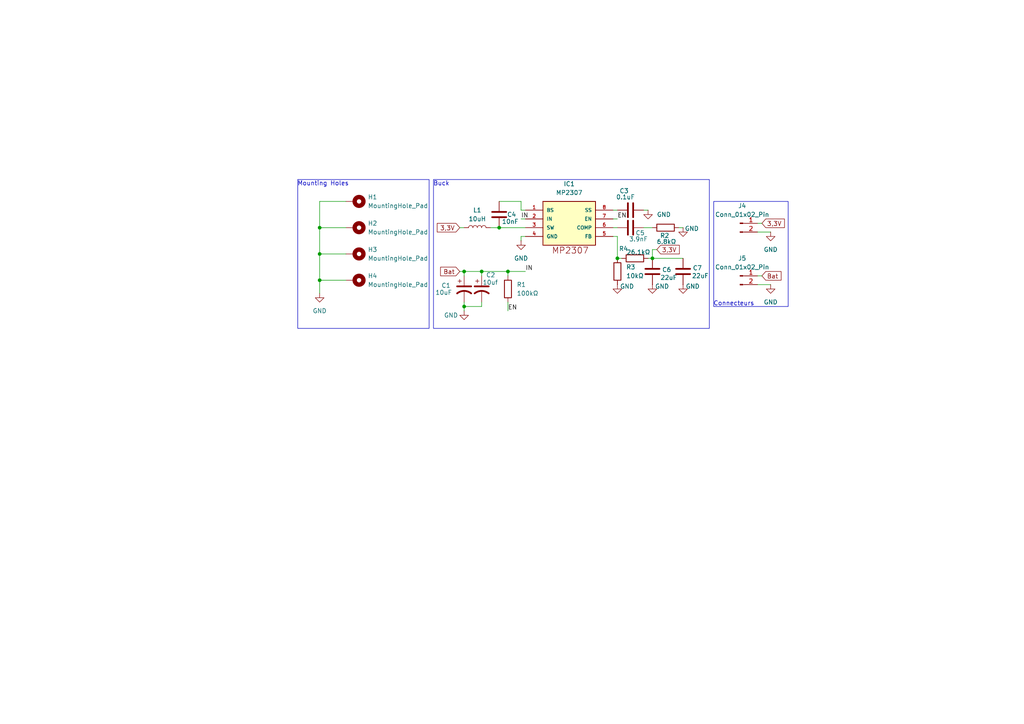
<source format=kicad_sch>
(kicad_sch
	(version 20250114)
	(generator "eeschema")
	(generator_version "9.0")
	(uuid "553e0674-9c30-430f-bc93-310a52aba8fd")
	(paper "A4")
	(lib_symbols
		(symbol "Connector:Conn_01x02_Pin"
			(pin_names
				(offset 1.016)
				(hide yes)
			)
			(exclude_from_sim no)
			(in_bom yes)
			(on_board yes)
			(property "Reference" "J"
				(at 0 2.54 0)
				(effects
					(font
						(size 1.27 1.27)
					)
				)
			)
			(property "Value" "Conn_01x02_Pin"
				(at 0 -5.08 0)
				(effects
					(font
						(size 1.27 1.27)
					)
				)
			)
			(property "Footprint" ""
				(at 0 0 0)
				(effects
					(font
						(size 1.27 1.27)
					)
					(hide yes)
				)
			)
			(property "Datasheet" "~"
				(at 0 0 0)
				(effects
					(font
						(size 1.27 1.27)
					)
					(hide yes)
				)
			)
			(property "Description" "Generic connector, single row, 01x02, script generated"
				(at 0 0 0)
				(effects
					(font
						(size 1.27 1.27)
					)
					(hide yes)
				)
			)
			(property "ki_locked" ""
				(at 0 0 0)
				(effects
					(font
						(size 1.27 1.27)
					)
				)
			)
			(property "ki_keywords" "connector"
				(at 0 0 0)
				(effects
					(font
						(size 1.27 1.27)
					)
					(hide yes)
				)
			)
			(property "ki_fp_filters" "Connector*:*_1x??_*"
				(at 0 0 0)
				(effects
					(font
						(size 1.27 1.27)
					)
					(hide yes)
				)
			)
			(symbol "Conn_01x02_Pin_1_1"
				(rectangle
					(start 0.8636 0.127)
					(end 0 -0.127)
					(stroke
						(width 0.1524)
						(type default)
					)
					(fill
						(type outline)
					)
				)
				(rectangle
					(start 0.8636 -2.413)
					(end 0 -2.667)
					(stroke
						(width 0.1524)
						(type default)
					)
					(fill
						(type outline)
					)
				)
				(polyline
					(pts
						(xy 1.27 0) (xy 0.8636 0)
					)
					(stroke
						(width 0.1524)
						(type default)
					)
					(fill
						(type none)
					)
				)
				(polyline
					(pts
						(xy 1.27 -2.54) (xy 0.8636 -2.54)
					)
					(stroke
						(width 0.1524)
						(type default)
					)
					(fill
						(type none)
					)
				)
				(pin passive line
					(at 5.08 0 180)
					(length 3.81)
					(name "Pin_1"
						(effects
							(font
								(size 1.27 1.27)
							)
						)
					)
					(number "1"
						(effects
							(font
								(size 1.27 1.27)
							)
						)
					)
				)
				(pin passive line
					(at 5.08 -2.54 180)
					(length 3.81)
					(name "Pin_2"
						(effects
							(font
								(size 1.27 1.27)
							)
						)
					)
					(number "2"
						(effects
							(font
								(size 1.27 1.27)
							)
						)
					)
				)
			)
			(embedded_fonts no)
		)
		(symbol "Device:C"
			(pin_numbers
				(hide yes)
			)
			(pin_names
				(offset 0.254)
			)
			(exclude_from_sim no)
			(in_bom yes)
			(on_board yes)
			(property "Reference" "C"
				(at 0.635 2.54 0)
				(effects
					(font
						(size 1.27 1.27)
					)
					(justify left)
				)
			)
			(property "Value" "C"
				(at 0.635 -2.54 0)
				(effects
					(font
						(size 1.27 1.27)
					)
					(justify left)
				)
			)
			(property "Footprint" ""
				(at 0.9652 -3.81 0)
				(effects
					(font
						(size 1.27 1.27)
					)
					(hide yes)
				)
			)
			(property "Datasheet" "~"
				(at 0 0 0)
				(effects
					(font
						(size 1.27 1.27)
					)
					(hide yes)
				)
			)
			(property "Description" "Unpolarized capacitor"
				(at 0 0 0)
				(effects
					(font
						(size 1.27 1.27)
					)
					(hide yes)
				)
			)
			(property "ki_keywords" "cap capacitor"
				(at 0 0 0)
				(effects
					(font
						(size 1.27 1.27)
					)
					(hide yes)
				)
			)
			(property "ki_fp_filters" "C_*"
				(at 0 0 0)
				(effects
					(font
						(size 1.27 1.27)
					)
					(hide yes)
				)
			)
			(symbol "C_0_1"
				(polyline
					(pts
						(xy -2.032 0.762) (xy 2.032 0.762)
					)
					(stroke
						(width 0.508)
						(type default)
					)
					(fill
						(type none)
					)
				)
				(polyline
					(pts
						(xy -2.032 -0.762) (xy 2.032 -0.762)
					)
					(stroke
						(width 0.508)
						(type default)
					)
					(fill
						(type none)
					)
				)
			)
			(symbol "C_1_1"
				(pin passive line
					(at 0 3.81 270)
					(length 2.794)
					(name "~"
						(effects
							(font
								(size 1.27 1.27)
							)
						)
					)
					(number "1"
						(effects
							(font
								(size 1.27 1.27)
							)
						)
					)
				)
				(pin passive line
					(at 0 -3.81 90)
					(length 2.794)
					(name "~"
						(effects
							(font
								(size 1.27 1.27)
							)
						)
					)
					(number "2"
						(effects
							(font
								(size 1.27 1.27)
							)
						)
					)
				)
			)
			(embedded_fonts no)
		)
		(symbol "Device:C_Polarized_US"
			(pin_numbers
				(hide yes)
			)
			(pin_names
				(offset 0.254)
				(hide yes)
			)
			(exclude_from_sim no)
			(in_bom yes)
			(on_board yes)
			(property "Reference" "C"
				(at 0.635 2.54 0)
				(effects
					(font
						(size 1.27 1.27)
					)
					(justify left)
				)
			)
			(property "Value" "C_Polarized_US"
				(at 0.635 -2.54 0)
				(effects
					(font
						(size 1.27 1.27)
					)
					(justify left)
				)
			)
			(property "Footprint" ""
				(at 0 0 0)
				(effects
					(font
						(size 1.27 1.27)
					)
					(hide yes)
				)
			)
			(property "Datasheet" "~"
				(at 0 0 0)
				(effects
					(font
						(size 1.27 1.27)
					)
					(hide yes)
				)
			)
			(property "Description" "Polarized capacitor, US symbol"
				(at 0 0 0)
				(effects
					(font
						(size 1.27 1.27)
					)
					(hide yes)
				)
			)
			(property "ki_keywords" "cap capacitor"
				(at 0 0 0)
				(effects
					(font
						(size 1.27 1.27)
					)
					(hide yes)
				)
			)
			(property "ki_fp_filters" "CP_*"
				(at 0 0 0)
				(effects
					(font
						(size 1.27 1.27)
					)
					(hide yes)
				)
			)
			(symbol "C_Polarized_US_0_1"
				(polyline
					(pts
						(xy -2.032 0.762) (xy 2.032 0.762)
					)
					(stroke
						(width 0.508)
						(type default)
					)
					(fill
						(type none)
					)
				)
				(polyline
					(pts
						(xy -1.778 2.286) (xy -0.762 2.286)
					)
					(stroke
						(width 0)
						(type default)
					)
					(fill
						(type none)
					)
				)
				(polyline
					(pts
						(xy -1.27 1.778) (xy -1.27 2.794)
					)
					(stroke
						(width 0)
						(type default)
					)
					(fill
						(type none)
					)
				)
				(arc
					(start -2.032 -1.27)
					(mid 0 -0.5572)
					(end 2.032 -1.27)
					(stroke
						(width 0.508)
						(type default)
					)
					(fill
						(type none)
					)
				)
			)
			(symbol "C_Polarized_US_1_1"
				(pin passive line
					(at 0 3.81 270)
					(length 2.794)
					(name "~"
						(effects
							(font
								(size 1.27 1.27)
							)
						)
					)
					(number "1"
						(effects
							(font
								(size 1.27 1.27)
							)
						)
					)
				)
				(pin passive line
					(at 0 -3.81 90)
					(length 3.302)
					(name "~"
						(effects
							(font
								(size 1.27 1.27)
							)
						)
					)
					(number "2"
						(effects
							(font
								(size 1.27 1.27)
							)
						)
					)
				)
			)
			(embedded_fonts no)
		)
		(symbol "Device:L"
			(pin_numbers
				(hide yes)
			)
			(pin_names
				(offset 1.016)
				(hide yes)
			)
			(exclude_from_sim no)
			(in_bom yes)
			(on_board yes)
			(property "Reference" "L"
				(at -1.27 0 90)
				(effects
					(font
						(size 1.27 1.27)
					)
				)
			)
			(property "Value" "L"
				(at 1.905 0 90)
				(effects
					(font
						(size 1.27 1.27)
					)
				)
			)
			(property "Footprint" ""
				(at 0 0 0)
				(effects
					(font
						(size 1.27 1.27)
					)
					(hide yes)
				)
			)
			(property "Datasheet" "~"
				(at 0 0 0)
				(effects
					(font
						(size 1.27 1.27)
					)
					(hide yes)
				)
			)
			(property "Description" "Inductor"
				(at 0 0 0)
				(effects
					(font
						(size 1.27 1.27)
					)
					(hide yes)
				)
			)
			(property "ki_keywords" "inductor choke coil reactor magnetic"
				(at 0 0 0)
				(effects
					(font
						(size 1.27 1.27)
					)
					(hide yes)
				)
			)
			(property "ki_fp_filters" "Choke_* *Coil* Inductor_* L_*"
				(at 0 0 0)
				(effects
					(font
						(size 1.27 1.27)
					)
					(hide yes)
				)
			)
			(symbol "L_0_1"
				(arc
					(start 0 2.54)
					(mid 0.6323 1.905)
					(end 0 1.27)
					(stroke
						(width 0)
						(type default)
					)
					(fill
						(type none)
					)
				)
				(arc
					(start 0 1.27)
					(mid 0.6323 0.635)
					(end 0 0)
					(stroke
						(width 0)
						(type default)
					)
					(fill
						(type none)
					)
				)
				(arc
					(start 0 0)
					(mid 0.6323 -0.635)
					(end 0 -1.27)
					(stroke
						(width 0)
						(type default)
					)
					(fill
						(type none)
					)
				)
				(arc
					(start 0 -1.27)
					(mid 0.6323 -1.905)
					(end 0 -2.54)
					(stroke
						(width 0)
						(type default)
					)
					(fill
						(type none)
					)
				)
			)
			(symbol "L_1_1"
				(pin passive line
					(at 0 3.81 270)
					(length 1.27)
					(name "1"
						(effects
							(font
								(size 1.27 1.27)
							)
						)
					)
					(number "1"
						(effects
							(font
								(size 1.27 1.27)
							)
						)
					)
				)
				(pin passive line
					(at 0 -3.81 90)
					(length 1.27)
					(name "2"
						(effects
							(font
								(size 1.27 1.27)
							)
						)
					)
					(number "2"
						(effects
							(font
								(size 1.27 1.27)
							)
						)
					)
				)
			)
			(embedded_fonts no)
		)
		(symbol "Device:R"
			(pin_numbers
				(hide yes)
			)
			(pin_names
				(offset 0)
			)
			(exclude_from_sim no)
			(in_bom yes)
			(on_board yes)
			(property "Reference" "R"
				(at 2.032 0 90)
				(effects
					(font
						(size 1.27 1.27)
					)
				)
			)
			(property "Value" "R"
				(at 0 0 90)
				(effects
					(font
						(size 1.27 1.27)
					)
				)
			)
			(property "Footprint" ""
				(at -1.778 0 90)
				(effects
					(font
						(size 1.27 1.27)
					)
					(hide yes)
				)
			)
			(property "Datasheet" "~"
				(at 0 0 0)
				(effects
					(font
						(size 1.27 1.27)
					)
					(hide yes)
				)
			)
			(property "Description" "Resistor"
				(at 0 0 0)
				(effects
					(font
						(size 1.27 1.27)
					)
					(hide yes)
				)
			)
			(property "ki_keywords" "R res resistor"
				(at 0 0 0)
				(effects
					(font
						(size 1.27 1.27)
					)
					(hide yes)
				)
			)
			(property "ki_fp_filters" "R_*"
				(at 0 0 0)
				(effects
					(font
						(size 1.27 1.27)
					)
					(hide yes)
				)
			)
			(symbol "R_0_1"
				(rectangle
					(start -1.016 -2.54)
					(end 1.016 2.54)
					(stroke
						(width 0.254)
						(type default)
					)
					(fill
						(type none)
					)
				)
			)
			(symbol "R_1_1"
				(pin passive line
					(at 0 3.81 270)
					(length 1.27)
					(name "~"
						(effects
							(font
								(size 1.27 1.27)
							)
						)
					)
					(number "1"
						(effects
							(font
								(size 1.27 1.27)
							)
						)
					)
				)
				(pin passive line
					(at 0 -3.81 90)
					(length 1.27)
					(name "~"
						(effects
							(font
								(size 1.27 1.27)
							)
						)
					)
					(number "2"
						(effects
							(font
								(size 1.27 1.27)
							)
						)
					)
				)
			)
			(embedded_fonts no)
		)
		(symbol "MP2307_1"
			(pin_names
				(offset 1.016)
			)
			(exclude_from_sim no)
			(in_bom yes)
			(on_board yes)
			(property "Reference" "IC"
				(at 0 0 0)
				(effects
					(font
						(size 1.27 1.27)
					)
					(justify bottom)
				)
			)
			(property "Value" "MP2307"
				(at -5.08 7.62 0)
				(effects
					(font
						(size 1.27 1.27)
					)
					(justify left bottom)
				)
			)
			(property "Footprint" "MP2307:SO8-TH"
				(at 0 0 0)
				(effects
					(font
						(size 1.27 1.27)
					)
					(justify bottom)
					(hide yes)
				)
			)
			(property "Datasheet" ""
				(at 0 0 0)
				(effects
					(font
						(size 1.27 1.27)
					)
					(hide yes)
				)
			)
			(property "Description" ""
				(at 0 0 0)
				(effects
					(font
						(size 1.27 1.27)
					)
					(hide yes)
				)
			)
			(property "MF" "Monolithic Power"
				(at 0 0 0)
				(effects
					(font
						(size 1.27 1.27)
					)
					(justify bottom)
					(hide yes)
				)
			)
			(property "Description_1" "Buck Switching Regulator IC Positive Adjustable 0.925V 1 Output 3A 8-SOIC (0.154, 3.90mm Width) Exposed Pad"
				(at 0 0 0)
				(effects
					(font
						(size 1.27 1.27)
					)
					(justify bottom)
					(hide yes)
				)
			)
			(property "Package" "SOIC-8 Monolithic Power"
				(at 0 0 0)
				(effects
					(font
						(size 1.27 1.27)
					)
					(justify bottom)
					(hide yes)
				)
			)
			(property "Price" "None"
				(at 0 0 0)
				(effects
					(font
						(size 1.27 1.27)
					)
					(justify bottom)
					(hide yes)
				)
			)
			(property "SnapEDA_Link" "https://www.snapeda.com/parts/MP2307/Monolithic+Power+Systems/view-part/?ref=snap"
				(at 0 0 0)
				(effects
					(font
						(size 1.27 1.27)
					)
					(justify bottom)
					(hide yes)
				)
			)
			(property "MP" "MP2307"
				(at 0 0 0)
				(effects
					(font
						(size 1.27 1.27)
					)
					(justify bottom)
					(hide yes)
				)
			)
			(property "Availability" "Not in stock"
				(at 0 0 0)
				(effects
					(font
						(size 1.27 1.27)
					)
					(justify bottom)
					(hide yes)
				)
			)
			(property "Check_prices" "https://www.snapeda.com/parts/MP2307/Monolithic+Power+Systems/view-part/?ref=eda"
				(at 0 0 0)
				(effects
					(font
						(size 1.27 1.27)
					)
					(justify bottom)
					(hide yes)
				)
			)
			(symbol "MP2307_1_0_0"
				(rectangle
					(start -7.62 -5.08)
					(end 7.62 7.62)
					(stroke
						(width 0.254)
						(type default)
					)
					(fill
						(type background)
					)
				)
				(text "MP2307"
					(at -5.08 -7.62 0)
					(effects
						(font
							(size 1.778 1.778)
						)
						(justify left bottom)
					)
				)
				(pin bidirectional line
					(at -12.7 5.08 0)
					(length 5.08)
					(name "BS"
						(effects
							(font
								(size 1.016 1.016)
							)
						)
					)
					(number "1"
						(effects
							(font
								(size 1.016 1.016)
							)
						)
					)
				)
				(pin bidirectional line
					(at -12.7 2.54 0)
					(length 5.08)
					(name "IN"
						(effects
							(font
								(size 1.016 1.016)
							)
						)
					)
					(number "2"
						(effects
							(font
								(size 1.016 1.016)
							)
						)
					)
				)
				(pin bidirectional line
					(at -12.7 0 0)
					(length 5.08)
					(name "SW"
						(effects
							(font
								(size 1.016 1.016)
							)
						)
					)
					(number "3"
						(effects
							(font
								(size 1.016 1.016)
							)
						)
					)
				)
				(pin bidirectional line
					(at -12.7 -2.54 0)
					(length 5.08)
					(name "GND"
						(effects
							(font
								(size 1.016 1.016)
							)
						)
					)
					(number "4"
						(effects
							(font
								(size 1.016 1.016)
							)
						)
					)
				)
				(pin bidirectional line
					(at 12.7 5.08 180)
					(length 5.08)
					(name "SS"
						(effects
							(font
								(size 1.016 1.016)
							)
						)
					)
					(number "8"
						(effects
							(font
								(size 1.016 1.016)
							)
						)
					)
				)
				(pin bidirectional line
					(at 12.7 2.54 180)
					(length 5.08)
					(name "EN"
						(effects
							(font
								(size 1.016 1.016)
							)
						)
					)
					(number "7"
						(effects
							(font
								(size 1.016 1.016)
							)
						)
					)
				)
				(pin bidirectional line
					(at 12.7 0 180)
					(length 5.08)
					(name "COMP"
						(effects
							(font
								(size 1.016 1.016)
							)
						)
					)
					(number "6"
						(effects
							(font
								(size 1.016 1.016)
							)
						)
					)
				)
				(pin bidirectional line
					(at 12.7 -2.54 180)
					(length 5.08)
					(name "FB"
						(effects
							(font
								(size 1.016 1.016)
							)
						)
					)
					(number "5"
						(effects
							(font
								(size 1.016 1.016)
							)
						)
					)
				)
			)
			(embedded_fonts no)
		)
		(symbol "Mechanical:MountingHole_Pad"
			(pin_numbers
				(hide yes)
			)
			(pin_names
				(offset 1.016)
				(hide yes)
			)
			(exclude_from_sim no)
			(in_bom no)
			(on_board yes)
			(property "Reference" "H"
				(at 0 6.35 0)
				(effects
					(font
						(size 1.27 1.27)
					)
				)
			)
			(property "Value" "MountingHole_Pad"
				(at 0 4.445 0)
				(effects
					(font
						(size 1.27 1.27)
					)
				)
			)
			(property "Footprint" ""
				(at 0 0 0)
				(effects
					(font
						(size 1.27 1.27)
					)
					(hide yes)
				)
			)
			(property "Datasheet" "~"
				(at 0 0 0)
				(effects
					(font
						(size 1.27 1.27)
					)
					(hide yes)
				)
			)
			(property "Description" "Mounting Hole with connection"
				(at 0 0 0)
				(effects
					(font
						(size 1.27 1.27)
					)
					(hide yes)
				)
			)
			(property "ki_keywords" "mounting hole"
				(at 0 0 0)
				(effects
					(font
						(size 1.27 1.27)
					)
					(hide yes)
				)
			)
			(property "ki_fp_filters" "MountingHole*Pad*"
				(at 0 0 0)
				(effects
					(font
						(size 1.27 1.27)
					)
					(hide yes)
				)
			)
			(symbol "MountingHole_Pad_0_1"
				(circle
					(center 0 1.27)
					(radius 1.27)
					(stroke
						(width 1.27)
						(type default)
					)
					(fill
						(type none)
					)
				)
			)
			(symbol "MountingHole_Pad_1_1"
				(pin input line
					(at 0 -2.54 90)
					(length 2.54)
					(name "1"
						(effects
							(font
								(size 1.27 1.27)
							)
						)
					)
					(number "1"
						(effects
							(font
								(size 1.27 1.27)
							)
						)
					)
				)
			)
			(embedded_fonts no)
		)
		(symbol "power:GND"
			(power)
			(pin_numbers
				(hide yes)
			)
			(pin_names
				(offset 0)
				(hide yes)
			)
			(exclude_from_sim no)
			(in_bom yes)
			(on_board yes)
			(property "Reference" "#PWR"
				(at 0 -6.35 0)
				(effects
					(font
						(size 1.27 1.27)
					)
					(hide yes)
				)
			)
			(property "Value" "GND"
				(at 0 -3.81 0)
				(effects
					(font
						(size 1.27 1.27)
					)
				)
			)
			(property "Footprint" ""
				(at 0 0 0)
				(effects
					(font
						(size 1.27 1.27)
					)
					(hide yes)
				)
			)
			(property "Datasheet" ""
				(at 0 0 0)
				(effects
					(font
						(size 1.27 1.27)
					)
					(hide yes)
				)
			)
			(property "Description" "Power symbol creates a global label with name \"GND\" , ground"
				(at 0 0 0)
				(effects
					(font
						(size 1.27 1.27)
					)
					(hide yes)
				)
			)
			(property "ki_keywords" "global power"
				(at 0 0 0)
				(effects
					(font
						(size 1.27 1.27)
					)
					(hide yes)
				)
			)
			(symbol "GND_0_1"
				(polyline
					(pts
						(xy 0 0) (xy 0 -1.27) (xy 1.27 -1.27) (xy 0 -2.54) (xy -1.27 -1.27) (xy 0 -1.27)
					)
					(stroke
						(width 0)
						(type default)
					)
					(fill
						(type none)
					)
				)
			)
			(symbol "GND_1_1"
				(pin power_in line
					(at 0 0 270)
					(length 0)
					(name "~"
						(effects
							(font
								(size 1.27 1.27)
							)
						)
					)
					(number "1"
						(effects
							(font
								(size 1.27 1.27)
							)
						)
					)
				)
			)
			(embedded_fonts no)
		)
	)
	(rectangle
		(start 207.01 58.42)
		(end 228.6 88.9)
		(stroke
			(width 0)
			(type default)
		)
		(fill
			(type none)
		)
		(uuid 049feca3-2949-4c4a-9d98-a856894acc23)
	)
	(rectangle
		(start 86.36 52.07)
		(end 124.46 95.25)
		(stroke
			(width 0)
			(type default)
		)
		(fill
			(type none)
		)
		(uuid b1bb9a4c-b5e4-4edc-80ca-7846a4571956)
	)
	(rectangle
		(start 125.73 52.07)
		(end 205.74 95.25)
		(stroke
			(width 0)
			(type default)
		)
		(fill
			(type none)
		)
		(uuid f5444c5f-36c2-433b-99d1-b8aa9b6a64e4)
	)
	(text "Connecteurs"
		(exclude_from_sim no)
		(at 212.852 88.138 0)
		(effects
			(font
				(size 1.27 1.27)
			)
		)
		(uuid "6f0163d4-2331-4fbb-a35f-4e1bf77cab53")
	)
	(text "Buck"
		(exclude_from_sim no)
		(at 128.016 53.34 0)
		(effects
			(font
				(size 1.27 1.27)
			)
		)
		(uuid "80ece08e-a00e-4d2a-932c-b1e2d8c806fa")
	)
	(text "Mounting Holes"
		(exclude_from_sim no)
		(at 93.726 53.34 0)
		(effects
			(font
				(size 1.27 1.27)
			)
		)
		(uuid "cd413912-ad17-4637-806c-0aa36d4ae66e")
	)
	(junction
		(at 189.23 74.93)
		(diameter 0)
		(color 0 0 0 0)
		(uuid "08ba6819-8381-4dfc-bc92-a4482c02589d")
	)
	(junction
		(at 92.71 66.04)
		(diameter 0)
		(color 0 0 0 0)
		(uuid "1ba79e5e-6fbf-425a-a2e2-71efb0afa3ee")
	)
	(junction
		(at 147.32 78.74)
		(diameter 0)
		(color 0 0 0 0)
		(uuid "20f21985-09bd-4685-bef5-f01abc059c0c")
	)
	(junction
		(at 92.71 81.28)
		(diameter 0)
		(color 0 0 0 0)
		(uuid "2cbf3f55-157a-4498-931b-7695b4759e3c")
	)
	(junction
		(at 144.78 66.04)
		(diameter 0)
		(color 0 0 0 0)
		(uuid "3a77574c-b865-49c2-be76-fdc0caf575c0")
	)
	(junction
		(at 134.62 88.9)
		(diameter 0)
		(color 0 0 0 0)
		(uuid "53a7ceb3-31ed-426d-978d-03e5421b1b6c")
	)
	(junction
		(at 134.62 78.74)
		(diameter 0)
		(color 0 0 0 0)
		(uuid "6257de26-e6fb-4cf6-9853-ad91ec01af0b")
	)
	(junction
		(at 179.07 74.93)
		(diameter 0)
		(color 0 0 0 0)
		(uuid "79cfc34a-6d65-4196-a751-3113e9c9c9b7")
	)
	(junction
		(at 92.71 73.66)
		(diameter 0)
		(color 0 0 0 0)
		(uuid "dfa710e1-9c2f-4303-a6bb-941cb3d6f611")
	)
	(junction
		(at 139.7 78.74)
		(diameter 0)
		(color 0 0 0 0)
		(uuid "f0ef0c59-4318-4883-ae04-033af6bfdd5e")
	)
	(wire
		(pts
			(xy 196.85 66.04) (xy 198.12 66.04)
		)
		(stroke
			(width 0)
			(type default)
		)
		(uuid "065b9aa6-49b7-490a-bbf2-b7d65652b608")
	)
	(wire
		(pts
			(xy 151.13 63.5) (xy 152.4 63.5)
		)
		(stroke
			(width 0)
			(type default)
		)
		(uuid "0beb386d-ca40-4aa5-bf7c-64fcbf617854")
	)
	(wire
		(pts
			(xy 142.24 66.04) (xy 144.78 66.04)
		)
		(stroke
			(width 0)
			(type default)
		)
		(uuid "0d1ec10e-c90b-4047-ba56-bfdfc3b314e8")
	)
	(wire
		(pts
			(xy 92.71 73.66) (xy 100.33 73.66)
		)
		(stroke
			(width 0)
			(type default)
		)
		(uuid "21a20b5a-661d-4915-af2f-a2d6dfc2a8dd")
	)
	(wire
		(pts
			(xy 92.71 58.42) (xy 92.71 66.04)
		)
		(stroke
			(width 0)
			(type default)
		)
		(uuid "22e5cef7-9588-4576-a0a5-36a4c37de63c")
	)
	(wire
		(pts
			(xy 151.13 69.85) (xy 151.13 68.58)
		)
		(stroke
			(width 0)
			(type default)
		)
		(uuid "2a29cf71-c751-4fbd-b0d1-9f835854fd2c")
	)
	(wire
		(pts
			(xy 190.5 72.39) (xy 189.23 72.39)
		)
		(stroke
			(width 0)
			(type default)
		)
		(uuid "32e18c81-66a0-4f07-b92d-ce78d467f4b7")
	)
	(wire
		(pts
			(xy 134.62 90.17) (xy 134.62 88.9)
		)
		(stroke
			(width 0)
			(type default)
		)
		(uuid "35875c2f-3e2a-4e23-940c-adb32045de1a")
	)
	(wire
		(pts
			(xy 189.23 72.39) (xy 189.23 74.93)
		)
		(stroke
			(width 0)
			(type default)
		)
		(uuid "39732f12-5598-48e2-bf61-acc0f2b40ffc")
	)
	(wire
		(pts
			(xy 92.71 73.66) (xy 92.71 81.28)
		)
		(stroke
			(width 0)
			(type default)
		)
		(uuid "458f4566-13b5-4209-a591-51f956a2f258")
	)
	(wire
		(pts
			(xy 139.7 88.9) (xy 134.62 88.9)
		)
		(stroke
			(width 0)
			(type default)
		)
		(uuid "47613213-e4de-43b2-b6f3-716d014ed8ee")
	)
	(wire
		(pts
			(xy 186.69 66.04) (xy 189.23 66.04)
		)
		(stroke
			(width 0)
			(type default)
		)
		(uuid "481ac265-c510-48ee-8e55-644fd517aafd")
	)
	(wire
		(pts
			(xy 177.8 68.58) (xy 179.07 68.58)
		)
		(stroke
			(width 0)
			(type default)
		)
		(uuid "492bbb3b-d8f6-4904-8cd0-5fdc983a05ba")
	)
	(wire
		(pts
			(xy 144.78 66.04) (xy 152.4 66.04)
		)
		(stroke
			(width 0)
			(type default)
		)
		(uuid "50483d23-a928-4792-b55b-ad3909405f64")
	)
	(wire
		(pts
			(xy 179.07 63.5) (xy 177.8 63.5)
		)
		(stroke
			(width 0)
			(type default)
		)
		(uuid "551038ee-79aa-4c85-9b3b-5d4c4ba55b97")
	)
	(wire
		(pts
			(xy 179.07 68.58) (xy 179.07 74.93)
		)
		(stroke
			(width 0)
			(type default)
		)
		(uuid "5593c3be-1c50-4ff2-843c-0c5afcb868c6")
	)
	(wire
		(pts
			(xy 133.35 66.04) (xy 134.62 66.04)
		)
		(stroke
			(width 0)
			(type default)
		)
		(uuid "566cb256-81e4-438a-8be0-42770f742f1c")
	)
	(wire
		(pts
			(xy 151.13 58.42) (xy 151.13 60.96)
		)
		(stroke
			(width 0)
			(type default)
		)
		(uuid "5ac6bcec-6fcc-4253-9c5b-8facdcbe3b6c")
	)
	(wire
		(pts
			(xy 219.71 82.55) (xy 223.52 82.55)
		)
		(stroke
			(width 0)
			(type default)
		)
		(uuid "61e578a6-d426-4de8-8431-01e3cf4a0cce")
	)
	(wire
		(pts
			(xy 133.35 78.74) (xy 134.62 78.74)
		)
		(stroke
			(width 0)
			(type default)
		)
		(uuid "6691c56e-7b03-401b-83f1-adfc1510077e")
	)
	(wire
		(pts
			(xy 179.07 60.96) (xy 177.8 60.96)
		)
		(stroke
			(width 0)
			(type default)
		)
		(uuid "6b43c371-27a6-4054-96a3-de82a3e51505")
	)
	(wire
		(pts
			(xy 189.23 74.93) (xy 198.12 74.93)
		)
		(stroke
			(width 0)
			(type default)
		)
		(uuid "708f1f0f-187b-454a-aa9e-f8caa7297361")
	)
	(wire
		(pts
			(xy 151.13 68.58) (xy 152.4 68.58)
		)
		(stroke
			(width 0)
			(type default)
		)
		(uuid "718f792d-4008-4625-ad95-0b8140810ac1")
	)
	(wire
		(pts
			(xy 151.13 60.96) (xy 152.4 60.96)
		)
		(stroke
			(width 0)
			(type default)
		)
		(uuid "734af8b6-4197-4981-a2c7-11661b9c1bb9")
	)
	(wire
		(pts
			(xy 177.8 66.04) (xy 179.07 66.04)
		)
		(stroke
			(width 0)
			(type default)
		)
		(uuid "7384fb00-1ef8-4d5b-8a8e-9a0917f324ae")
	)
	(wire
		(pts
			(xy 187.96 60.96) (xy 186.69 60.96)
		)
		(stroke
			(width 0)
			(type default)
		)
		(uuid "77e21530-9c85-43eb-8d8d-3eaf49bb1682")
	)
	(wire
		(pts
			(xy 147.32 78.74) (xy 147.32 80.01)
		)
		(stroke
			(width 0)
			(type default)
		)
		(uuid "87838229-f55d-45c4-86b6-59f944e263bd")
	)
	(wire
		(pts
			(xy 139.7 80.01) (xy 139.7 78.74)
		)
		(stroke
			(width 0)
			(type default)
		)
		(uuid "98613e62-1f3b-4c0a-91ef-61778c466a4a")
	)
	(wire
		(pts
			(xy 220.98 64.77) (xy 219.71 64.77)
		)
		(stroke
			(width 0)
			(type default)
		)
		(uuid "a2b5b99f-c3f9-4ada-b2a9-87ed9e6b84b3")
	)
	(wire
		(pts
			(xy 92.71 66.04) (xy 100.33 66.04)
		)
		(stroke
			(width 0)
			(type default)
		)
		(uuid "a384f3a4-797a-4e9c-9517-b3a2e68cd0e8")
	)
	(wire
		(pts
			(xy 92.71 66.04) (xy 92.71 73.66)
		)
		(stroke
			(width 0)
			(type default)
		)
		(uuid "a6666dc0-a9fb-40c7-8603-c755c7170283")
	)
	(wire
		(pts
			(xy 100.33 58.42) (xy 92.71 58.42)
		)
		(stroke
			(width 0)
			(type default)
		)
		(uuid "a97e4190-cced-4c88-9bda-8597028ee8fb")
	)
	(wire
		(pts
			(xy 134.62 88.9) (xy 134.62 87.63)
		)
		(stroke
			(width 0)
			(type default)
		)
		(uuid "af84d912-943b-43d0-9dbb-aa1f559f2845")
	)
	(wire
		(pts
			(xy 179.07 74.93) (xy 180.34 74.93)
		)
		(stroke
			(width 0)
			(type default)
		)
		(uuid "bf9f3b8a-d7f0-4811-b149-e704301bb243")
	)
	(wire
		(pts
			(xy 92.71 81.28) (xy 92.71 85.09)
		)
		(stroke
			(width 0)
			(type default)
		)
		(uuid "c6316d35-e524-496e-a616-5ad489bd7963")
	)
	(wire
		(pts
			(xy 139.7 87.63) (xy 139.7 88.9)
		)
		(stroke
			(width 0)
			(type default)
		)
		(uuid "ccd426ff-d8b5-4a4c-93f1-ae8cd3d81b36")
	)
	(wire
		(pts
			(xy 139.7 78.74) (xy 147.32 78.74)
		)
		(stroke
			(width 0)
			(type default)
		)
		(uuid "d82f87c5-d357-43e2-acd5-4afb7760de3a")
	)
	(wire
		(pts
			(xy 139.7 78.74) (xy 134.62 78.74)
		)
		(stroke
			(width 0)
			(type default)
		)
		(uuid "dc16839e-4342-4a20-9191-e1c26cf86ebc")
	)
	(wire
		(pts
			(xy 220.98 80.01) (xy 219.71 80.01)
		)
		(stroke
			(width 0)
			(type default)
		)
		(uuid "dccc59a6-b636-47b6-9f0a-948314393c4d")
	)
	(wire
		(pts
			(xy 147.32 87.63) (xy 147.32 90.17)
		)
		(stroke
			(width 0)
			(type default)
		)
		(uuid "dcf648fa-4da5-4f5b-b0e2-4c31b13c06d0")
	)
	(wire
		(pts
			(xy 134.62 78.74) (xy 134.62 80.01)
		)
		(stroke
			(width 0)
			(type default)
		)
		(uuid "dd42decb-c64d-441b-ba90-83fdf60bc43c")
	)
	(wire
		(pts
			(xy 144.78 58.42) (xy 151.13 58.42)
		)
		(stroke
			(width 0)
			(type default)
		)
		(uuid "dfa41c49-4d73-44fe-be82-eb82e2245da9")
	)
	(wire
		(pts
			(xy 147.32 78.74) (xy 152.4 78.74)
		)
		(stroke
			(width 0)
			(type default)
		)
		(uuid "e5e3af46-04e0-42af-b50a-da5c5a410394")
	)
	(wire
		(pts
			(xy 92.71 81.28) (xy 100.33 81.28)
		)
		(stroke
			(width 0)
			(type default)
		)
		(uuid "f46d0bcf-c388-4411-8912-2d18410fac0d")
	)
	(wire
		(pts
			(xy 219.71 67.31) (xy 223.52 67.31)
		)
		(stroke
			(width 0)
			(type default)
		)
		(uuid "f4dde105-8d4a-4ab2-a464-58aca1d600cf")
	)
	(wire
		(pts
			(xy 187.96 74.93) (xy 189.23 74.93)
		)
		(stroke
			(width 0)
			(type default)
		)
		(uuid "fad58458-de49-4e4d-b2be-516fad719347")
	)
	(label "EN"
		(at 179.07 63.5 0)
		(effects
			(font
				(size 1.27 1.27)
			)
			(justify left bottom)
		)
		(uuid "1a7940b9-9536-4f67-ba39-24fc7a94e95f")
	)
	(label "IN"
		(at 151.13 63.5 0)
		(effects
			(font
				(size 1.27 1.27)
			)
			(justify left bottom)
		)
		(uuid "44366588-7a48-4b4e-b7ad-e81d040ae715")
	)
	(label "EN"
		(at 147.32 90.17 0)
		(effects
			(font
				(size 1.27 1.27)
			)
			(justify left bottom)
		)
		(uuid "53d5c45f-0674-45a4-b5b6-c167e3aa1a30")
	)
	(label "IN"
		(at 152.4 78.74 0)
		(effects
			(font
				(size 1.27 1.27)
			)
			(justify left bottom)
		)
		(uuid "aeac03d9-3ba3-4454-ba7b-5a3fe4a79b61")
	)
	(global_label "Bat"
		(shape input)
		(at 133.35 78.74 180)
		(fields_autoplaced yes)
		(effects
			(font
				(size 1.27 1.27)
			)
			(justify right)
		)
		(uuid "2d5b4fc8-efae-455d-a64e-04aa3f4f8ae8")
		(property "Intersheetrefs" "${INTERSHEET_REFS}"
			(at 127.2201 78.74 0)
			(effects
				(font
					(size 1.27 1.27)
				)
				(justify right)
				(hide yes)
			)
		)
	)
	(global_label "3,3V"
		(shape input)
		(at 133.35 66.04 180)
		(fields_autoplaced yes)
		(effects
			(font
				(size 1.27 1.27)
			)
			(justify right)
		)
		(uuid "3ddb637b-bb22-4692-8101-c7d60825c137")
		(property "Intersheetrefs" "${INTERSHEET_REFS}"
			(at 126.2524 66.04 0)
			(effects
				(font
					(size 1.27 1.27)
				)
				(justify right)
				(hide yes)
			)
		)
	)
	(global_label "3,3V"
		(shape input)
		(at 190.5 72.39 0)
		(fields_autoplaced yes)
		(effects
			(font
				(size 1.27 1.27)
			)
			(justify left)
		)
		(uuid "588f64a5-3cc0-4130-9136-28c0a71bff09")
		(property "Intersheetrefs" "${INTERSHEET_REFS}"
			(at 197.5976 72.39 0)
			(effects
				(font
					(size 1.27 1.27)
				)
				(justify left)
				(hide yes)
			)
		)
	)
	(global_label "3,3V"
		(shape input)
		(at 220.98 64.77 0)
		(fields_autoplaced yes)
		(effects
			(font
				(size 1.27 1.27)
			)
			(justify left)
		)
		(uuid "e9327e83-07de-4d95-9145-cfd0b9f6133e")
		(property "Intersheetrefs" "${INTERSHEET_REFS}"
			(at 228.0776 64.77 0)
			(effects
				(font
					(size 1.27 1.27)
				)
				(justify left)
				(hide yes)
			)
		)
	)
	(global_label "Bat"
		(shape input)
		(at 220.98 80.01 0)
		(fields_autoplaced yes)
		(effects
			(font
				(size 1.27 1.27)
			)
			(justify left)
		)
		(uuid "e9d4c1b4-8e63-4cbb-8a63-73057c5ebd9f")
		(property "Intersheetrefs" "${INTERSHEET_REFS}"
			(at 227.1099 80.01 0)
			(effects
				(font
					(size 1.27 1.27)
				)
				(justify left)
				(hide yes)
			)
		)
	)
	(symbol
		(lib_id "power:GND")
		(at 151.13 69.85 0)
		(unit 1)
		(exclude_from_sim no)
		(in_bom yes)
		(on_board yes)
		(dnp no)
		(fields_autoplaced yes)
		(uuid "1097e6e4-55a0-423d-b6c6-4e51134bcaf8")
		(property "Reference" "#PWR03"
			(at 151.13 76.2 0)
			(effects
				(font
					(size 1.27 1.27)
				)
				(hide yes)
			)
		)
		(property "Value" "GND"
			(at 151.13 74.93 0)
			(effects
				(font
					(size 1.27 1.27)
				)
			)
		)
		(property "Footprint" ""
			(at 151.13 69.85 0)
			(effects
				(font
					(size 1.27 1.27)
				)
				(hide yes)
			)
		)
		(property "Datasheet" ""
			(at 151.13 69.85 0)
			(effects
				(font
					(size 1.27 1.27)
				)
				(hide yes)
			)
		)
		(property "Description" "Power symbol creates a global label with name \"GND\" , ground"
			(at 151.13 69.85 0)
			(effects
				(font
					(size 1.27 1.27)
				)
				(hide yes)
			)
		)
		(pin "1"
			(uuid "64dd7134-179d-49c4-b588-2f42394466e0")
		)
		(instances
			(project "Puissance"
				(path "/553e0674-9c30-430f-bc93-310a52aba8fd"
					(reference "#PWR03")
					(unit 1)
				)
			)
		)
	)
	(symbol
		(lib_id "Mechanical:MountingHole_Pad")
		(at 102.87 81.28 270)
		(unit 1)
		(exclude_from_sim no)
		(in_bom no)
		(on_board yes)
		(dnp no)
		(fields_autoplaced yes)
		(uuid "339de117-6173-41d0-9161-eec1481a25b1")
		(property "Reference" "H4"
			(at 106.68 80.0099 90)
			(effects
				(font
					(size 1.27 1.27)
				)
				(justify left)
			)
		)
		(property "Value" "MountingHole_Pad"
			(at 106.68 82.5499 90)
			(effects
				(font
					(size 1.27 1.27)
				)
				(justify left)
			)
		)
		(property "Footprint" "MountingHole:MountingHole_3.2mm_M3_DIN965_Pad"
			(at 102.87 81.28 0)
			(effects
				(font
					(size 1.27 1.27)
				)
				(hide yes)
			)
		)
		(property "Datasheet" "~"
			(at 102.87 81.28 0)
			(effects
				(font
					(size 1.27 1.27)
				)
				(hide yes)
			)
		)
		(property "Description" "Mounting Hole with connection"
			(at 102.87 81.28 0)
			(effects
				(font
					(size 1.27 1.27)
				)
				(hide yes)
			)
		)
		(pin "1"
			(uuid "1f206264-2999-4292-a5d9-f99f14be8d26")
		)
		(instances
			(project "Puissance"
				(path "/553e0674-9c30-430f-bc93-310a52aba8fd"
					(reference "H4")
					(unit 1)
				)
			)
		)
	)
	(symbol
		(lib_id "power:GND")
		(at 187.96 60.96 0)
		(unit 1)
		(exclude_from_sim no)
		(in_bom yes)
		(on_board yes)
		(dnp no)
		(fields_autoplaced yes)
		(uuid "33c4f141-8ba9-48f9-8a16-2822db612b16")
		(property "Reference" "#PWR02"
			(at 187.96 67.31 0)
			(effects
				(font
					(size 1.27 1.27)
				)
				(hide yes)
			)
		)
		(property "Value" "GND"
			(at 190.5 62.2299 0)
			(effects
				(font
					(size 1.27 1.27)
				)
				(justify left)
			)
		)
		(property "Footprint" ""
			(at 187.96 60.96 0)
			(effects
				(font
					(size 1.27 1.27)
				)
				(hide yes)
			)
		)
		(property "Datasheet" ""
			(at 187.96 60.96 0)
			(effects
				(font
					(size 1.27 1.27)
				)
				(hide yes)
			)
		)
		(property "Description" "Power symbol creates a global label with name \"GND\" , ground"
			(at 187.96 60.96 0)
			(effects
				(font
					(size 1.27 1.27)
				)
				(hide yes)
			)
		)
		(pin "1"
			(uuid "3ce167b2-8438-404b-a3e2-f288fb49ad85")
		)
		(instances
			(project "Puissance"
				(path "/553e0674-9c30-430f-bc93-310a52aba8fd"
					(reference "#PWR02")
					(unit 1)
				)
			)
		)
	)
	(symbol
		(lib_id "Device:R")
		(at 147.32 83.82 0)
		(unit 1)
		(exclude_from_sim no)
		(in_bom yes)
		(on_board yes)
		(dnp no)
		(fields_autoplaced yes)
		(uuid "3683d56b-9fff-46eb-86ee-2f8a20ba20b7")
		(property "Reference" "R1"
			(at 149.86 82.5499 0)
			(effects
				(font
					(size 1.27 1.27)
				)
				(justify left)
			)
		)
		(property "Value" "100kΩ"
			(at 149.86 85.0899 0)
			(effects
				(font
					(size 1.27 1.27)
				)
				(justify left)
			)
		)
		(property "Footprint" "Resistor_SMD:R_0603_1608Metric_Pad0.98x0.95mm_HandSolder"
			(at 145.542 83.82 90)
			(effects
				(font
					(size 1.27 1.27)
				)
				(hide yes)
			)
		)
		(property "Datasheet" "~"
			(at 147.32 83.82 0)
			(effects
				(font
					(size 1.27 1.27)
				)
				(hide yes)
			)
		)
		(property "Description" "Resistor"
			(at 147.32 83.82 0)
			(effects
				(font
					(size 1.27 1.27)
				)
				(hide yes)
			)
		)
		(pin "2"
			(uuid "663a0f2d-e6e4-4fab-a0bf-d96375520aba")
		)
		(pin "1"
			(uuid "a6912161-5e3e-4d34-a38e-1ded43c7f54f")
		)
		(instances
			(project ""
				(path "/553e0674-9c30-430f-bc93-310a52aba8fd"
					(reference "R1")
					(unit 1)
				)
			)
		)
	)
	(symbol
		(lib_id "Device:C")
		(at 182.88 66.04 90)
		(unit 1)
		(exclude_from_sim no)
		(in_bom yes)
		(on_board yes)
		(dnp no)
		(uuid "3890bc17-32b7-4905-b3ee-86c16d83821b")
		(property "Reference" "C5"
			(at 185.674 67.564 90)
			(effects
				(font
					(size 1.27 1.27)
				)
			)
		)
		(property "Value" "3.9nF"
			(at 185.166 69.342 90)
			(effects
				(font
					(size 1.27 1.27)
				)
			)
		)
		(property "Footprint" "Capacitor_SMD:C_0603_1608Metric_Pad1.08x0.95mm_HandSolder"
			(at 186.69 65.0748 0)
			(effects
				(font
					(size 1.27 1.27)
				)
				(hide yes)
			)
		)
		(property "Datasheet" "~"
			(at 182.88 66.04 0)
			(effects
				(font
					(size 1.27 1.27)
				)
				(hide yes)
			)
		)
		(property "Description" "Unpolarized capacitor"
			(at 182.88 66.04 0)
			(effects
				(font
					(size 1.27 1.27)
				)
				(hide yes)
			)
		)
		(pin "1"
			(uuid "8b8e9ce9-213d-4ebb-bf5f-4c6899a4c325")
		)
		(pin "2"
			(uuid "aa91a23f-daac-4b15-95b7-57ecc5943772")
		)
		(instances
			(project ""
				(path "/553e0674-9c30-430f-bc93-310a52aba8fd"
					(reference "C5")
					(unit 1)
				)
			)
		)
	)
	(symbol
		(lib_id "power:GND")
		(at 223.52 82.55 0)
		(unit 1)
		(exclude_from_sim no)
		(in_bom yes)
		(on_board yes)
		(dnp no)
		(fields_autoplaced yes)
		(uuid "4195b0d2-c8fb-4796-b2af-4ac6f3bc230a")
		(property "Reference" "#PWR09"
			(at 223.52 88.9 0)
			(effects
				(font
					(size 1.27 1.27)
				)
				(hide yes)
			)
		)
		(property "Value" "GND"
			(at 223.52 87.63 0)
			(effects
				(font
					(size 1.27 1.27)
				)
			)
		)
		(property "Footprint" ""
			(at 223.52 82.55 0)
			(effects
				(font
					(size 1.27 1.27)
				)
				(hide yes)
			)
		)
		(property "Datasheet" ""
			(at 223.52 82.55 0)
			(effects
				(font
					(size 1.27 1.27)
				)
				(hide yes)
			)
		)
		(property "Description" "Power symbol creates a global label with name \"GND\" , ground"
			(at 223.52 82.55 0)
			(effects
				(font
					(size 1.27 1.27)
				)
				(hide yes)
			)
		)
		(pin "1"
			(uuid "c6c05579-fa2b-4c24-a4de-ef07f865c239")
		)
		(instances
			(project "Puissance"
				(path "/553e0674-9c30-430f-bc93-310a52aba8fd"
					(reference "#PWR09")
					(unit 1)
				)
			)
		)
	)
	(symbol
		(lib_id "Device:C")
		(at 182.88 60.96 90)
		(unit 1)
		(exclude_from_sim no)
		(in_bom yes)
		(on_board yes)
		(dnp no)
		(uuid "444fd350-305a-45b8-85a6-064f539c05ca")
		(property "Reference" "C3"
			(at 182.372 55.372 90)
			(effects
				(font
					(size 1.27 1.27)
				)
				(justify left)
			)
		)
		(property "Value" "0.1uF"
			(at 184.1499 57.15 90)
			(effects
				(font
					(size 1.27 1.27)
				)
				(justify left)
			)
		)
		(property "Footprint" "Capacitor_SMD:C_0603_1608Metric_Pad1.08x0.95mm_HandSolder"
			(at 186.69 59.9948 0)
			(effects
				(font
					(size 1.27 1.27)
				)
				(hide yes)
			)
		)
		(property "Datasheet" "~"
			(at 182.88 60.96 0)
			(effects
				(font
					(size 1.27 1.27)
				)
				(hide yes)
			)
		)
		(property "Description" "Unpolarized capacitor"
			(at 182.88 60.96 0)
			(effects
				(font
					(size 1.27 1.27)
				)
				(hide yes)
			)
		)
		(pin "1"
			(uuid "167e8c95-70e1-40a5-9e17-81d9209a07eb")
		)
		(pin "2"
			(uuid "d4b0d9ee-2f0f-430a-a85c-107f79b18403")
		)
		(instances
			(project ""
				(path "/553e0674-9c30-430f-bc93-310a52aba8fd"
					(reference "C3")
					(unit 1)
				)
			)
		)
	)
	(symbol
		(lib_id "Mechanical:MountingHole_Pad")
		(at 102.87 73.66 270)
		(unit 1)
		(exclude_from_sim no)
		(in_bom no)
		(on_board yes)
		(dnp no)
		(uuid "4494f15d-76a7-4b36-98a5-738551d4e769")
		(property "Reference" "H3"
			(at 106.68 72.3899 90)
			(effects
				(font
					(size 1.27 1.27)
				)
				(justify left)
			)
		)
		(property "Value" "MountingHole_Pad"
			(at 106.68 74.9299 90)
			(effects
				(font
					(size 1.27 1.27)
				)
				(justify left)
			)
		)
		(property "Footprint" "MountingHole:MountingHole_3.2mm_M3_DIN965_Pad"
			(at 102.87 73.66 0)
			(effects
				(font
					(size 1.27 1.27)
				)
				(hide yes)
			)
		)
		(property "Datasheet" "~"
			(at 102.87 73.66 0)
			(effects
				(font
					(size 1.27 1.27)
				)
				(hide yes)
			)
		)
		(property "Description" "Mounting Hole with connection"
			(at 102.87 73.66 0)
			(effects
				(font
					(size 1.27 1.27)
				)
				(hide yes)
			)
		)
		(pin "1"
			(uuid "2bce0992-da2e-4969-93d3-03f9c49abf08")
		)
		(instances
			(project "Puissance"
				(path "/553e0674-9c30-430f-bc93-310a52aba8fd"
					(reference "H3")
					(unit 1)
				)
			)
		)
	)
	(symbol
		(lib_id "Connector:Conn_01x02_Pin")
		(at 214.63 64.77 0)
		(unit 1)
		(exclude_from_sim no)
		(in_bom yes)
		(on_board yes)
		(dnp no)
		(fields_autoplaced yes)
		(uuid "458c034d-0ef7-4c0d-9b5f-dfa7d4093619")
		(property "Reference" "J4"
			(at 215.265 59.69 0)
			(effects
				(font
					(size 1.27 1.27)
				)
			)
		)
		(property "Value" "Conn_01x02_Pin"
			(at 215.265 62.23 0)
			(effects
				(font
					(size 1.27 1.27)
				)
			)
		)
		(property "Footprint" "Connector_PinSocket_2.54mm:PinSocket_1x02_P2.54mm_Vertical"
			(at 214.63 64.77 0)
			(effects
				(font
					(size 1.27 1.27)
				)
				(hide yes)
			)
		)
		(property "Datasheet" "~"
			(at 214.63 64.77 0)
			(effects
				(font
					(size 1.27 1.27)
				)
				(hide yes)
			)
		)
		(property "Description" "Generic connector, single row, 01x02, script generated"
			(at 214.63 64.77 0)
			(effects
				(font
					(size 1.27 1.27)
				)
				(hide yes)
			)
		)
		(pin "2"
			(uuid "4cc5ff70-136d-48d7-a288-d578c88c1cf8")
		)
		(pin "1"
			(uuid "7b6ea7a4-92e1-49bf-8e26-887061ae08f3")
		)
		(instances
			(project "Puissance"
				(path "/553e0674-9c30-430f-bc93-310a52aba8fd"
					(reference "J4")
					(unit 1)
				)
			)
		)
	)
	(symbol
		(lib_id "Device:C")
		(at 198.12 78.74 0)
		(unit 1)
		(exclude_from_sim no)
		(in_bom yes)
		(on_board yes)
		(dnp no)
		(uuid "49d08d4d-ad49-4c44-a56f-0720755f7523")
		(property "Reference" "C7"
			(at 200.914 77.724 0)
			(effects
				(font
					(size 1.27 1.27)
				)
				(justify left)
			)
		)
		(property "Value" "22uF"
			(at 200.66 80.01 0)
			(effects
				(font
					(size 1.27 1.27)
				)
				(justify left)
			)
		)
		(property "Footprint" "Capacitor_SMD:C_0603_1608Metric_Pad1.08x0.95mm_HandSolder"
			(at 199.0852 82.55 0)
			(effects
				(font
					(size 1.27 1.27)
				)
				(hide yes)
			)
		)
		(property "Datasheet" "~"
			(at 198.12 78.74 0)
			(effects
				(font
					(size 1.27 1.27)
				)
				(hide yes)
			)
		)
		(property "Description" "Unpolarized capacitor"
			(at 198.12 78.74 0)
			(effects
				(font
					(size 1.27 1.27)
				)
				(hide yes)
			)
		)
		(pin "1"
			(uuid "8414c9ce-d0ed-4f22-85d4-34b9935efc1a")
		)
		(pin "2"
			(uuid "0a9b77a8-9c7c-456d-83a5-0a7a7fc5bd44")
		)
		(instances
			(project "Puissance"
				(path "/553e0674-9c30-430f-bc93-310a52aba8fd"
					(reference "C7")
					(unit 1)
				)
			)
		)
	)
	(symbol
		(lib_id "Device:C")
		(at 189.23 78.74 0)
		(unit 1)
		(exclude_from_sim no)
		(in_bom yes)
		(on_board yes)
		(dnp no)
		(uuid "57ee1e03-bf8d-4888-90b6-b4b5f1be7241")
		(property "Reference" "C6"
			(at 192.024 78.232 0)
			(effects
				(font
					(size 1.27 1.27)
				)
				(justify left)
			)
		)
		(property "Value" "22uF"
			(at 191.516 80.518 0)
			(effects
				(font
					(size 1.27 1.27)
				)
				(justify left)
			)
		)
		(property "Footprint" "Capacitor_SMD:C_0603_1608Metric_Pad1.08x0.95mm_HandSolder"
			(at 190.1952 82.55 0)
			(effects
				(font
					(size 1.27 1.27)
				)
				(hide yes)
			)
		)
		(property "Datasheet" "~"
			(at 189.23 78.74 0)
			(effects
				(font
					(size 1.27 1.27)
				)
				(hide yes)
			)
		)
		(property "Description" "Unpolarized capacitor"
			(at 189.23 78.74 0)
			(effects
				(font
					(size 1.27 1.27)
				)
				(hide yes)
			)
		)
		(pin "1"
			(uuid "ebea25c8-eeb8-4249-ae68-cc247ec9c1e4")
		)
		(pin "2"
			(uuid "c47f0343-0692-4ca6-919a-68f816f58f6f")
		)
		(instances
			(project ""
				(path "/553e0674-9c30-430f-bc93-310a52aba8fd"
					(reference "C6")
					(unit 1)
				)
			)
		)
	)
	(symbol
		(lib_id "power:GND")
		(at 134.62 90.17 0)
		(unit 1)
		(exclude_from_sim no)
		(in_bom yes)
		(on_board yes)
		(dnp no)
		(uuid "6efe4b42-ec07-42e0-998b-c64d7cb9142c")
		(property "Reference" "#PWR01"
			(at 134.62 96.52 0)
			(effects
				(font
					(size 1.27 1.27)
				)
				(hide yes)
			)
		)
		(property "Value" "GND"
			(at 130.81 91.44 0)
			(effects
				(font
					(size 1.27 1.27)
				)
			)
		)
		(property "Footprint" ""
			(at 134.62 90.17 0)
			(effects
				(font
					(size 1.27 1.27)
				)
				(hide yes)
			)
		)
		(property "Datasheet" ""
			(at 134.62 90.17 0)
			(effects
				(font
					(size 1.27 1.27)
				)
				(hide yes)
			)
		)
		(property "Description" "Power symbol creates a global label with name \"GND\" , ground"
			(at 134.62 90.17 0)
			(effects
				(font
					(size 1.27 1.27)
				)
				(hide yes)
			)
		)
		(pin "1"
			(uuid "9638208e-e49d-40c1-aaf1-6172c79dc0c0")
		)
		(instances
			(project ""
				(path "/553e0674-9c30-430f-bc93-310a52aba8fd"
					(reference "#PWR01")
					(unit 1)
				)
			)
		)
	)
	(symbol
		(lib_id "Device:R")
		(at 179.07 78.74 0)
		(unit 1)
		(exclude_from_sim no)
		(in_bom yes)
		(on_board yes)
		(dnp no)
		(fields_autoplaced yes)
		(uuid "8c22ee08-ae91-40c7-a310-394c1686f8a7")
		(property "Reference" "R3"
			(at 181.61 77.4699 0)
			(effects
				(font
					(size 1.27 1.27)
				)
				(justify left)
			)
		)
		(property "Value" "10kΩ"
			(at 181.61 80.0099 0)
			(effects
				(font
					(size 1.27 1.27)
				)
				(justify left)
			)
		)
		(property "Footprint" "Resistor_SMD:R_0603_1608Metric_Pad0.98x0.95mm_HandSolder"
			(at 177.292 78.74 90)
			(effects
				(font
					(size 1.27 1.27)
				)
				(hide yes)
			)
		)
		(property "Datasheet" "~"
			(at 179.07 78.74 0)
			(effects
				(font
					(size 1.27 1.27)
				)
				(hide yes)
			)
		)
		(property "Description" "Resistor"
			(at 179.07 78.74 0)
			(effects
				(font
					(size 1.27 1.27)
				)
				(hide yes)
			)
		)
		(pin "1"
			(uuid "0067d009-b5ed-4d6e-98bf-e92446a381cb")
		)
		(pin "2"
			(uuid "33d5900f-5161-4dda-ad51-b61cf930838b")
		)
		(instances
			(project ""
				(path "/553e0674-9c30-430f-bc93-310a52aba8fd"
					(reference "R3")
					(unit 1)
				)
			)
		)
	)
	(symbol
		(lib_id "power:GND")
		(at 198.12 66.04 0)
		(unit 1)
		(exclude_from_sim no)
		(in_bom yes)
		(on_board yes)
		(dnp no)
		(uuid "a547a0db-57b2-414e-8379-01cac88d46ab")
		(property "Reference" "#PWR04"
			(at 198.12 72.39 0)
			(effects
				(font
					(size 1.27 1.27)
				)
				(hide yes)
			)
		)
		(property "Value" "GND"
			(at 200.66 66.294 0)
			(effects
				(font
					(size 1.27 1.27)
				)
			)
		)
		(property "Footprint" ""
			(at 198.12 66.04 0)
			(effects
				(font
					(size 1.27 1.27)
				)
				(hide yes)
			)
		)
		(property "Datasheet" ""
			(at 198.12 66.04 0)
			(effects
				(font
					(size 1.27 1.27)
				)
				(hide yes)
			)
		)
		(property "Description" "Power symbol creates a global label with name \"GND\" , ground"
			(at 198.12 66.04 0)
			(effects
				(font
					(size 1.27 1.27)
				)
				(hide yes)
			)
		)
		(pin "1"
			(uuid "284e630d-cc66-4674-b90c-a62c34fceb92")
		)
		(instances
			(project "Puissance"
				(path "/553e0674-9c30-430f-bc93-310a52aba8fd"
					(reference "#PWR04")
					(unit 1)
				)
			)
		)
	)
	(symbol
		(lib_id "Device:C_Polarized_US")
		(at 134.62 83.82 0)
		(unit 1)
		(exclude_from_sim no)
		(in_bom yes)
		(on_board yes)
		(dnp no)
		(uuid "ac440fbe-1eee-4011-92da-a2d2c7487500")
		(property "Reference" "C1"
			(at 128.016 82.804 0)
			(effects
				(font
					(size 1.27 1.27)
				)
				(justify left)
			)
		)
		(property "Value" "10uF"
			(at 126.238 84.836 0)
			(effects
				(font
					(size 1.27 1.27)
				)
				(justify left)
			)
		)
		(property "Footprint" "Capacitor_SMD:C_0603_1608Metric_Pad1.08x0.95mm_HandSolder"
			(at 134.62 83.82 0)
			(effects
				(font
					(size 1.27 1.27)
				)
				(hide yes)
			)
		)
		(property "Datasheet" "~"
			(at 134.62 83.82 0)
			(effects
				(font
					(size 1.27 1.27)
				)
				(hide yes)
			)
		)
		(property "Description" "Polarized capacitor, US symbol"
			(at 134.62 83.82 0)
			(effects
				(font
					(size 1.27 1.27)
				)
				(hide yes)
			)
		)
		(pin "2"
			(uuid "bd4d0042-7d20-4b1e-b4a3-a85afeb59966")
		)
		(pin "1"
			(uuid "2e04cf86-e10c-4f71-89f1-ee35af06c0bc")
		)
		(instances
			(project ""
				(path "/553e0674-9c30-430f-bc93-310a52aba8fd"
					(reference "C1")
					(unit 1)
				)
			)
		)
	)
	(symbol
		(lib_id "power:GND")
		(at 179.07 82.55 0)
		(unit 1)
		(exclude_from_sim no)
		(in_bom yes)
		(on_board yes)
		(dnp no)
		(uuid "acac623a-7bf2-49b0-93ea-4f9e7936645d")
		(property "Reference" "#PWR05"
			(at 179.07 88.9 0)
			(effects
				(font
					(size 1.27 1.27)
				)
				(hide yes)
			)
		)
		(property "Value" "GND"
			(at 181.864 83.058 0)
			(effects
				(font
					(size 1.27 1.27)
				)
			)
		)
		(property "Footprint" ""
			(at 179.07 82.55 0)
			(effects
				(font
					(size 1.27 1.27)
				)
				(hide yes)
			)
		)
		(property "Datasheet" ""
			(at 179.07 82.55 0)
			(effects
				(font
					(size 1.27 1.27)
				)
				(hide yes)
			)
		)
		(property "Description" "Power symbol creates a global label with name \"GND\" , ground"
			(at 179.07 82.55 0)
			(effects
				(font
					(size 1.27 1.27)
				)
				(hide yes)
			)
		)
		(pin "1"
			(uuid "5fef0ec3-69d0-42a6-b348-760d8e17e17c")
		)
		(instances
			(project "Puissance"
				(path "/553e0674-9c30-430f-bc93-310a52aba8fd"
					(reference "#PWR05")
					(unit 1)
				)
			)
		)
	)
	(symbol
		(lib_id "Connector:Conn_01x02_Pin")
		(at 214.63 80.01 0)
		(unit 1)
		(exclude_from_sim no)
		(in_bom yes)
		(on_board yes)
		(dnp no)
		(fields_autoplaced yes)
		(uuid "b3e555d1-d940-4724-826d-02adf42279f5")
		(property "Reference" "J5"
			(at 215.265 74.93 0)
			(effects
				(font
					(size 1.27 1.27)
				)
			)
		)
		(property "Value" "Conn_01x02_Pin"
			(at 215.265 77.47 0)
			(effects
				(font
					(size 1.27 1.27)
				)
			)
		)
		(property "Footprint" "Connector_PinSocket_2.54mm:PinSocket_1x02_P2.54mm_Vertical"
			(at 214.63 80.01 0)
			(effects
				(font
					(size 1.27 1.27)
				)
				(hide yes)
			)
		)
		(property "Datasheet" "~"
			(at 214.63 80.01 0)
			(effects
				(font
					(size 1.27 1.27)
				)
				(hide yes)
			)
		)
		(property "Description" "Generic connector, single row, 01x02, script generated"
			(at 214.63 80.01 0)
			(effects
				(font
					(size 1.27 1.27)
				)
				(hide yes)
			)
		)
		(pin "2"
			(uuid "64e75c2e-1ae1-4d09-94d4-eb5d895b7163")
		)
		(pin "1"
			(uuid "8810412a-d94e-478d-a507-2d459d92dd4d")
		)
		(instances
			(project "Puissance"
				(path "/553e0674-9c30-430f-bc93-310a52aba8fd"
					(reference "J5")
					(unit 1)
				)
			)
		)
	)
	(symbol
		(lib_id "Device:C_Polarized_US")
		(at 139.7 83.82 0)
		(unit 1)
		(exclude_from_sim no)
		(in_bom yes)
		(on_board yes)
		(dnp no)
		(uuid "b93866d1-bd04-49e8-b6f7-f36ec95b877c")
		(property "Reference" "C2"
			(at 140.97 79.756 0)
			(effects
				(font
					(size 1.27 1.27)
				)
				(justify left)
			)
		)
		(property "Value" "10uf"
			(at 139.954 81.9151 0)
			(effects
				(font
					(size 1.27 1.27)
				)
				(justify left)
			)
		)
		(property "Footprint" "Capacitor_SMD:C_0603_1608Metric_Pad1.08x0.95mm_HandSolder"
			(at 139.7 83.82 0)
			(effects
				(font
					(size 1.27 1.27)
				)
				(hide yes)
			)
		)
		(property "Datasheet" "~"
			(at 139.7 83.82 0)
			(effects
				(font
					(size 1.27 1.27)
				)
				(hide yes)
			)
		)
		(property "Description" "Polarized capacitor, US symbol"
			(at 139.7 83.82 0)
			(effects
				(font
					(size 1.27 1.27)
				)
				(hide yes)
			)
		)
		(pin "2"
			(uuid "08294947-3467-49c7-b8bb-983f8f80b0d0")
		)
		(pin "1"
			(uuid "d5d1aacd-25e8-4d0e-b305-8a31d3fa4aa9")
		)
		(instances
			(project "Puissance"
				(path "/553e0674-9c30-430f-bc93-310a52aba8fd"
					(reference "C2")
					(unit 1)
				)
			)
		)
	)
	(symbol
		(lib_id "Mechanical:MountingHole_Pad")
		(at 102.87 66.04 270)
		(unit 1)
		(exclude_from_sim no)
		(in_bom no)
		(on_board yes)
		(dnp no)
		(fields_autoplaced yes)
		(uuid "bc5dd792-7a32-4f89-9beb-842d50663f33")
		(property "Reference" "H2"
			(at 106.68 64.7699 90)
			(effects
				(font
					(size 1.27 1.27)
				)
				(justify left)
			)
		)
		(property "Value" "MountingHole_Pad"
			(at 106.68 67.3099 90)
			(effects
				(font
					(size 1.27 1.27)
				)
				(justify left)
			)
		)
		(property "Footprint" "MountingHole:MountingHole_3.2mm_M3_DIN965_Pad"
			(at 102.87 66.04 0)
			(effects
				(font
					(size 1.27 1.27)
				)
				(hide yes)
			)
		)
		(property "Datasheet" "~"
			(at 102.87 66.04 0)
			(effects
				(font
					(size 1.27 1.27)
				)
				(hide yes)
			)
		)
		(property "Description" "Mounting Hole with connection"
			(at 102.87 66.04 0)
			(effects
				(font
					(size 1.27 1.27)
				)
				(hide yes)
			)
		)
		(pin "1"
			(uuid "63013930-f5ea-4c0c-8d52-f9bf85dc8874")
		)
		(instances
			(project "Puissance"
				(path "/553e0674-9c30-430f-bc93-310a52aba8fd"
					(reference "H2")
					(unit 1)
				)
			)
		)
	)
	(symbol
		(lib_id "power:GND")
		(at 223.52 67.31 0)
		(unit 1)
		(exclude_from_sim no)
		(in_bom yes)
		(on_board yes)
		(dnp no)
		(fields_autoplaced yes)
		(uuid "c65f164f-2828-4ad5-af5c-e0d02210b8ae")
		(property "Reference" "#PWR08"
			(at 223.52 73.66 0)
			(effects
				(font
					(size 1.27 1.27)
				)
				(hide yes)
			)
		)
		(property "Value" "GND"
			(at 223.52 72.39 0)
			(effects
				(font
					(size 1.27 1.27)
				)
			)
		)
		(property "Footprint" ""
			(at 223.52 67.31 0)
			(effects
				(font
					(size 1.27 1.27)
				)
				(hide yes)
			)
		)
		(property "Datasheet" ""
			(at 223.52 67.31 0)
			(effects
				(font
					(size 1.27 1.27)
				)
				(hide yes)
			)
		)
		(property "Description" "Power symbol creates a global label with name \"GND\" , ground"
			(at 223.52 67.31 0)
			(effects
				(font
					(size 1.27 1.27)
				)
				(hide yes)
			)
		)
		(pin "1"
			(uuid "576a7dc3-a832-4489-8c77-e1af723f848e")
		)
		(instances
			(project "Puissance"
				(path "/553e0674-9c30-430f-bc93-310a52aba8fd"
					(reference "#PWR08")
					(unit 1)
				)
			)
		)
	)
	(symbol
		(lib_id "power:GND")
		(at 198.12 82.55 0)
		(unit 1)
		(exclude_from_sim no)
		(in_bom yes)
		(on_board yes)
		(dnp no)
		(uuid "cad817f5-0900-4389-a0bf-a0240e68a03e")
		(property "Reference" "#PWR07"
			(at 198.12 88.9 0)
			(effects
				(font
					(size 1.27 1.27)
				)
				(hide yes)
			)
		)
		(property "Value" "GND"
			(at 200.914 83.058 0)
			(effects
				(font
					(size 1.27 1.27)
				)
			)
		)
		(property "Footprint" ""
			(at 198.12 82.55 0)
			(effects
				(font
					(size 1.27 1.27)
				)
				(hide yes)
			)
		)
		(property "Datasheet" ""
			(at 198.12 82.55 0)
			(effects
				(font
					(size 1.27 1.27)
				)
				(hide yes)
			)
		)
		(property "Description" "Power symbol creates a global label with name \"GND\" , ground"
			(at 198.12 82.55 0)
			(effects
				(font
					(size 1.27 1.27)
				)
				(hide yes)
			)
		)
		(pin "1"
			(uuid "3ec45582-2368-4f4b-bccb-f9fac5d4fe6c")
		)
		(instances
			(project "Puissance"
				(path "/553e0674-9c30-430f-bc93-310a52aba8fd"
					(reference "#PWR07")
					(unit 1)
				)
			)
		)
	)
	(symbol
		(lib_id "Device:R")
		(at 193.04 66.04 90)
		(unit 1)
		(exclude_from_sim no)
		(in_bom yes)
		(on_board yes)
		(dnp no)
		(uuid "d4e6db5d-586e-4a3d-9d30-775b87a28657")
		(property "Reference" "R2"
			(at 192.786 68.326 90)
			(effects
				(font
					(size 1.27 1.27)
				)
			)
		)
		(property "Value" "6.8kΩ"
			(at 193.294 70.104 90)
			(effects
				(font
					(size 1.27 1.27)
				)
			)
		)
		(property "Footprint" "Resistor_SMD:R_0603_1608Metric_Pad0.98x0.95mm_HandSolder"
			(at 193.04 67.818 90)
			(effects
				(font
					(size 1.27 1.27)
				)
				(hide yes)
			)
		)
		(property "Datasheet" "~"
			(at 193.04 66.04 0)
			(effects
				(font
					(size 1.27 1.27)
				)
				(hide yes)
			)
		)
		(property "Description" "Resistor"
			(at 193.04 66.04 0)
			(effects
				(font
					(size 1.27 1.27)
				)
				(hide yes)
			)
		)
		(pin "1"
			(uuid "5fd94f13-0e46-4dd4-9a35-d3235b8a99eb")
		)
		(pin "2"
			(uuid "a07ccf10-96b1-4abe-bfbd-335f0af48d5e")
		)
		(instances
			(project ""
				(path "/553e0674-9c30-430f-bc93-310a52aba8fd"
					(reference "R2")
					(unit 1)
				)
			)
		)
	)
	(symbol
		(lib_id "Device:L")
		(at 138.43 66.04 90)
		(unit 1)
		(exclude_from_sim no)
		(in_bom yes)
		(on_board yes)
		(dnp no)
		(fields_autoplaced yes)
		(uuid "e1be40bd-c92d-4c8f-9bfb-d94cac8c4257")
		(property "Reference" "L1"
			(at 138.43 60.96 90)
			(effects
				(font
					(size 1.27 1.27)
				)
			)
		)
		(property "Value" "10uH"
			(at 138.43 63.5 90)
			(effects
				(font
					(size 1.27 1.27)
				)
			)
		)
		(property "Footprint" "Inductor_SMD:L_0603_1608Metric_Pad1.05x0.95mm_HandSolder"
			(at 138.43 66.04 0)
			(effects
				(font
					(size 1.27 1.27)
				)
				(hide yes)
			)
		)
		(property "Datasheet" "~"
			(at 138.43 66.04 0)
			(effects
				(font
					(size 1.27 1.27)
				)
				(hide yes)
			)
		)
		(property "Description" "Inductor"
			(at 138.43 66.04 0)
			(effects
				(font
					(size 1.27 1.27)
				)
				(hide yes)
			)
		)
		(pin "1"
			(uuid "b5e741af-6067-4916-aaed-2cce9047aa8c")
		)
		(pin "2"
			(uuid "367046c8-29ee-434e-bc21-2a7900def686")
		)
		(instances
			(project ""
				(path "/553e0674-9c30-430f-bc93-310a52aba8fd"
					(reference "L1")
					(unit 1)
				)
			)
		)
	)
	(symbol
		(lib_id "Device:R")
		(at 184.15 74.93 90)
		(unit 1)
		(exclude_from_sim no)
		(in_bom yes)
		(on_board yes)
		(dnp no)
		(uuid "e4e9c15f-8c35-453f-a304-f39d0a1c4c42")
		(property "Reference" "R4"
			(at 180.848 72.136 90)
			(effects
				(font
					(size 1.27 1.27)
				)
			)
		)
		(property "Value" "26.1kΩ"
			(at 185.166 73.152 90)
			(effects
				(font
					(size 1.27 1.27)
				)
			)
		)
		(property "Footprint" "Resistor_SMD:R_0603_1608Metric_Pad0.98x0.95mm_HandSolder"
			(at 184.15 76.708 90)
			(effects
				(font
					(size 1.27 1.27)
				)
				(hide yes)
			)
		)
		(property "Datasheet" "~"
			(at 184.15 74.93 0)
			(effects
				(font
					(size 1.27 1.27)
				)
				(hide yes)
			)
		)
		(property "Description" "Resistor"
			(at 184.15 74.93 0)
			(effects
				(font
					(size 1.27 1.27)
				)
				(hide yes)
			)
		)
		(pin "2"
			(uuid "272679f7-5e32-4bd5-b9ba-b6bc39f37b9f")
		)
		(pin "1"
			(uuid "4e9906a7-c2a5-4c32-850b-25a50aa993ac")
		)
		(instances
			(project ""
				(path "/553e0674-9c30-430f-bc93-310a52aba8fd"
					(reference "R4")
					(unit 1)
				)
			)
		)
	)
	(symbol
		(lib_name "MP2307_1")
		(lib_id "MP2307:MP2307")
		(at 165.1 66.04 0)
		(unit 1)
		(exclude_from_sim no)
		(in_bom yes)
		(on_board yes)
		(dnp no)
		(uuid "e7acf823-9a92-420a-8823-47cb072e0819")
		(property "Reference" "IC1"
			(at 165.1 53.34 0)
			(effects
				(font
					(size 1.27 1.27)
				)
			)
		)
		(property "Value" "MP2307"
			(at 165.1 55.88 0)
			(effects
				(font
					(size 1.27 1.27)
				)
			)
		)
		(property "Footprint" "Library:MP2307DN"
			(at 165.1 66.04 0)
			(effects
				(font
					(size 1.27 1.27)
				)
				(justify bottom)
				(hide yes)
			)
		)
		(property "Datasheet" ""
			(at 165.1 66.04 0)
			(effects
				(font
					(size 1.27 1.27)
				)
				(hide yes)
			)
		)
		(property "Description" ""
			(at 165.1 66.04 0)
			(effects
				(font
					(size 1.27 1.27)
				)
				(hide yes)
			)
		)
		(property "MF" "Monolithic Power"
			(at 165.1 66.04 0)
			(effects
				(font
					(size 1.27 1.27)
				)
				(justify bottom)
				(hide yes)
			)
		)
		(property "Description_1" "Buck Switching Regulator IC Positive Adjustable 0.925V 1 Output 3A 8-SOIC (0.154, 3.90mm Width) Exposed Pad"
			(at 165.1 66.04 0)
			(effects
				(font
					(size 1.27 1.27)
				)
				(justify bottom)
				(hide yes)
			)
		)
		(property "Package" "SOIC-8 Monolithic Power"
			(at 165.1 66.04 0)
			(effects
				(font
					(size 1.27 1.27)
				)
				(justify bottom)
				(hide yes)
			)
		)
		(property "Price" "None"
			(at 165.1 66.04 0)
			(effects
				(font
					(size 1.27 1.27)
				)
				(justify bottom)
				(hide yes)
			)
		)
		(property "SnapEDA_Link" "https://www.snapeda.com/parts/MP2307/Monolithic+Power+Systems/view-part/?ref=snap"
			(at 165.1 66.04 0)
			(effects
				(font
					(size 1.27 1.27)
				)
				(justify bottom)
				(hide yes)
			)
		)
		(property "MP" "MP2307"
			(at 165.1 66.04 0)
			(effects
				(font
					(size 1.27 1.27)
				)
				(justify bottom)
				(hide yes)
			)
		)
		(property "Availability" "Not in stock"
			(at 165.1 66.04 0)
			(effects
				(font
					(size 1.27 1.27)
				)
				(justify bottom)
				(hide yes)
			)
		)
		(property "Check_prices" "https://www.snapeda.com/parts/MP2307/Monolithic+Power+Systems/view-part/?ref=eda"
			(at 165.1 66.04 0)
			(effects
				(font
					(size 1.27 1.27)
				)
				(justify bottom)
				(hide yes)
			)
		)
		(pin "6"
			(uuid "6a4c8d87-baa0-4d05-bcaf-cdae342b3757")
		)
		(pin "2"
			(uuid "4c5d3914-0fee-43ec-b7e1-36bbce23cf55")
		)
		(pin "5"
			(uuid "3f7f5f88-4fd0-4045-8d89-a2878a7e7ef1")
		)
		(pin "1"
			(uuid "b60728de-f19b-401a-9480-3585eb1df23b")
		)
		(pin "4"
			(uuid "73f2d515-6334-4a56-85b3-dc1c53136162")
		)
		(pin "3"
			(uuid "cd132ecd-b4cb-4987-ab25-e08e14f4c561")
		)
		(pin "8"
			(uuid "f3266d2f-ecf8-4b77-8f1d-6d265016e85d")
		)
		(pin "7"
			(uuid "006a514a-1eec-4514-a4e6-35be0734f921")
		)
		(instances
			(project ""
				(path "/553e0674-9c30-430f-bc93-310a52aba8fd"
					(reference "IC1")
					(unit 1)
				)
			)
		)
	)
	(symbol
		(lib_id "power:GND")
		(at 92.71 85.09 0)
		(unit 1)
		(exclude_from_sim no)
		(in_bom yes)
		(on_board yes)
		(dnp no)
		(fields_autoplaced yes)
		(uuid "eb7bac2d-06c2-4c8b-bbd0-823c4ffcd812")
		(property "Reference" "#PWR021"
			(at 92.71 91.44 0)
			(effects
				(font
					(size 1.27 1.27)
				)
				(hide yes)
			)
		)
		(property "Value" "GND"
			(at 92.71 90.17 0)
			(effects
				(font
					(size 1.27 1.27)
				)
			)
		)
		(property "Footprint" ""
			(at 92.71 85.09 0)
			(effects
				(font
					(size 1.27 1.27)
				)
				(hide yes)
			)
		)
		(property "Datasheet" ""
			(at 92.71 85.09 0)
			(effects
				(font
					(size 1.27 1.27)
				)
				(hide yes)
			)
		)
		(property "Description" "Power symbol creates a global label with name \"GND\" , ground"
			(at 92.71 85.09 0)
			(effects
				(font
					(size 1.27 1.27)
				)
				(hide yes)
			)
		)
		(pin "1"
			(uuid "68420f27-af5a-4297-822c-27c8303b974d")
		)
		(instances
			(project "Puissance"
				(path "/553e0674-9c30-430f-bc93-310a52aba8fd"
					(reference "#PWR021")
					(unit 1)
				)
			)
		)
	)
	(symbol
		(lib_id "Device:C")
		(at 144.78 62.23 180)
		(unit 1)
		(exclude_from_sim no)
		(in_bom yes)
		(on_board yes)
		(dnp no)
		(uuid "eedcb3fd-5035-4675-9a66-6c83d4519f16")
		(property "Reference" "C4"
			(at 147.066 62.23 0)
			(effects
				(font
					(size 1.27 1.27)
				)
				(justify right)
			)
		)
		(property "Value" "10nF"
			(at 145.542 64.262 0)
			(effects
				(font
					(size 1.27 1.27)
				)
				(justify right)
			)
		)
		(property "Footprint" "Capacitor_SMD:C_0603_1608Metric_Pad1.08x0.95mm_HandSolder"
			(at 143.8148 58.42 0)
			(effects
				(font
					(size 1.27 1.27)
				)
				(hide yes)
			)
		)
		(property "Datasheet" "~"
			(at 144.78 62.23 0)
			(effects
				(font
					(size 1.27 1.27)
				)
				(hide yes)
			)
		)
		(property "Description" "Unpolarized capacitor"
			(at 144.78 62.23 0)
			(effects
				(font
					(size 1.27 1.27)
				)
				(hide yes)
			)
		)
		(pin "2"
			(uuid "98f3ab2b-c7fa-48fd-a95b-21238fa1cb93")
		)
		(pin "1"
			(uuid "81c71075-33ef-4d4d-82b1-5eaaf8f7f8be")
		)
		(instances
			(project ""
				(path "/553e0674-9c30-430f-bc93-310a52aba8fd"
					(reference "C4")
					(unit 1)
				)
			)
		)
	)
	(symbol
		(lib_id "power:GND")
		(at 189.23 82.55 0)
		(unit 1)
		(exclude_from_sim no)
		(in_bom yes)
		(on_board yes)
		(dnp no)
		(uuid "efea19ea-fe6a-4096-954c-4897e42df060")
		(property "Reference" "#PWR06"
			(at 189.23 88.9 0)
			(effects
				(font
					(size 1.27 1.27)
				)
				(hide yes)
			)
		)
		(property "Value" "GND"
			(at 192.024 83.058 0)
			(effects
				(font
					(size 1.27 1.27)
				)
			)
		)
		(property "Footprint" ""
			(at 189.23 82.55 0)
			(effects
				(font
					(size 1.27 1.27)
				)
				(hide yes)
			)
		)
		(property "Datasheet" ""
			(at 189.23 82.55 0)
			(effects
				(font
					(size 1.27 1.27)
				)
				(hide yes)
			)
		)
		(property "Description" "Power symbol creates a global label with name \"GND\" , ground"
			(at 189.23 82.55 0)
			(effects
				(font
					(size 1.27 1.27)
				)
				(hide yes)
			)
		)
		(pin "1"
			(uuid "8650a8bd-36c6-4161-b7a5-4a8333dc873d")
		)
		(instances
			(project "Puissance"
				(path "/553e0674-9c30-430f-bc93-310a52aba8fd"
					(reference "#PWR06")
					(unit 1)
				)
			)
		)
	)
	(symbol
		(lib_id "Mechanical:MountingHole_Pad")
		(at 102.87 58.42 270)
		(unit 1)
		(exclude_from_sim no)
		(in_bom no)
		(on_board yes)
		(dnp no)
		(fields_autoplaced yes)
		(uuid "f065e1ba-36ac-4053-8d08-8035d7b9f23b")
		(property "Reference" "H1"
			(at 106.68 57.1499 90)
			(effects
				(font
					(size 1.27 1.27)
				)
				(justify left)
			)
		)
		(property "Value" "MountingHole_Pad"
			(at 106.68 59.6899 90)
			(effects
				(font
					(size 1.27 1.27)
				)
				(justify left)
			)
		)
		(property "Footprint" "MountingHole:MountingHole_3.2mm_M3_DIN965_Pad"
			(at 102.87 58.42 0)
			(effects
				(font
					(size 1.27 1.27)
				)
				(hide yes)
			)
		)
		(property "Datasheet" "~"
			(at 102.87 58.42 0)
			(effects
				(font
					(size 1.27 1.27)
				)
				(hide yes)
			)
		)
		(property "Description" "Mounting Hole with connection"
			(at 102.87 58.42 0)
			(effects
				(font
					(size 1.27 1.27)
				)
				(hide yes)
			)
		)
		(pin "1"
			(uuid "512b3d14-97e4-4f78-963e-840453ec8674")
		)
		(instances
			(project "Puissance"
				(path "/553e0674-9c30-430f-bc93-310a52aba8fd"
					(reference "H1")
					(unit 1)
				)
			)
		)
	)
	(sheet_instances
		(path "/"
			(page "1")
		)
	)
	(embedded_fonts no)
)

</source>
